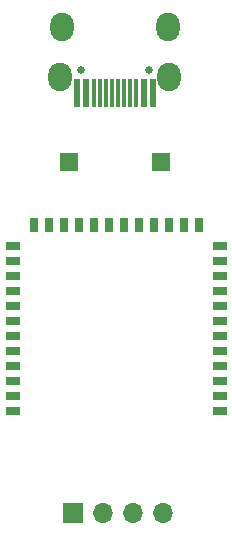
<source format=gbr>
%TF.GenerationSoftware,KiCad,Pcbnew,(5.1.2)-2*%
%TF.CreationDate,2020-08-26T23:28:28+08:00*%
%TF.ProjectId,wing-receiver-lite-rev2,77696e67-2d72-4656-9365-697665722d6c,rev?*%
%TF.SameCoordinates,Original*%
%TF.FileFunction,Soldermask,Bot*%
%TF.FilePolarity,Negative*%
%FSLAX46Y46*%
G04 Gerber Fmt 4.6, Leading zero omitted, Abs format (unit mm)*
G04 Created by KiCad (PCBNEW (5.1.2)-2) date 2020-08-26 23:28:28*
%MOMM*%
%LPD*%
G04 APERTURE LIST*
%ADD10O,2.000000X2.400000*%
%ADD11C,0.650000*%
%ADD12R,0.600000X2.450000*%
%ADD13R,0.300000X2.450000*%
%ADD14R,1.500000X1.500000*%
%ADD15O,1.700000X1.700000*%
%ADD16R,1.700000X1.700000*%
%ADD17R,1.198880X0.698500*%
%ADD18R,0.698500X1.198880*%
G04 APERTURE END LIST*
D10*
X84299000Y-94233000D03*
X75263000Y-94233000D03*
X84401000Y-98413000D03*
D11*
X76891000Y-97883000D03*
D12*
X83006000Y-99828000D03*
D13*
X80531000Y-99828000D03*
X79031000Y-99828000D03*
X78031000Y-99828000D03*
D12*
X82231000Y-99828000D03*
D13*
X81031000Y-99828000D03*
X78531000Y-99828000D03*
D12*
X77331000Y-99828000D03*
D11*
X82671000Y-97883000D03*
D12*
X76556000Y-99828000D03*
D13*
X79531000Y-99828000D03*
X80031000Y-99828000D03*
D10*
X75163000Y-98413000D03*
D13*
X81531000Y-99828000D03*
D14*
X83656000Y-105664000D03*
X75856000Y-105664000D03*
D15*
X83820000Y-135382000D03*
X81280000Y-135382000D03*
X78740000Y-135382000D03*
D16*
X76200000Y-135382000D03*
D17*
X71120000Y-112776000D03*
X88646000Y-120396000D03*
X88646000Y-121666000D03*
D18*
X72898000Y-110998000D03*
D17*
X71120000Y-115316000D03*
X71120000Y-116586000D03*
X71120000Y-117856000D03*
X71120000Y-119126000D03*
X71120000Y-120396000D03*
X71120000Y-121666000D03*
X71120000Y-122936000D03*
X71120000Y-124206000D03*
X71120000Y-125476000D03*
X88646000Y-126746000D03*
X88646000Y-125476000D03*
X88646000Y-124206000D03*
X88646000Y-122936000D03*
X88646000Y-119126000D03*
X88646000Y-117856000D03*
X88646000Y-116586000D03*
X88646000Y-115316000D03*
X88646000Y-114046000D03*
X88646000Y-112776000D03*
D18*
X86868000Y-110998000D03*
X85598000Y-110998000D03*
X84328000Y-110998000D03*
X83058000Y-110998000D03*
X81788000Y-110998000D03*
X80518000Y-110998000D03*
X79248000Y-110998000D03*
X77978000Y-110998000D03*
X76708000Y-110998000D03*
X75438000Y-110998000D03*
X74168000Y-110998000D03*
D17*
X71120000Y-126746000D03*
X71120000Y-114046000D03*
M02*

</source>
